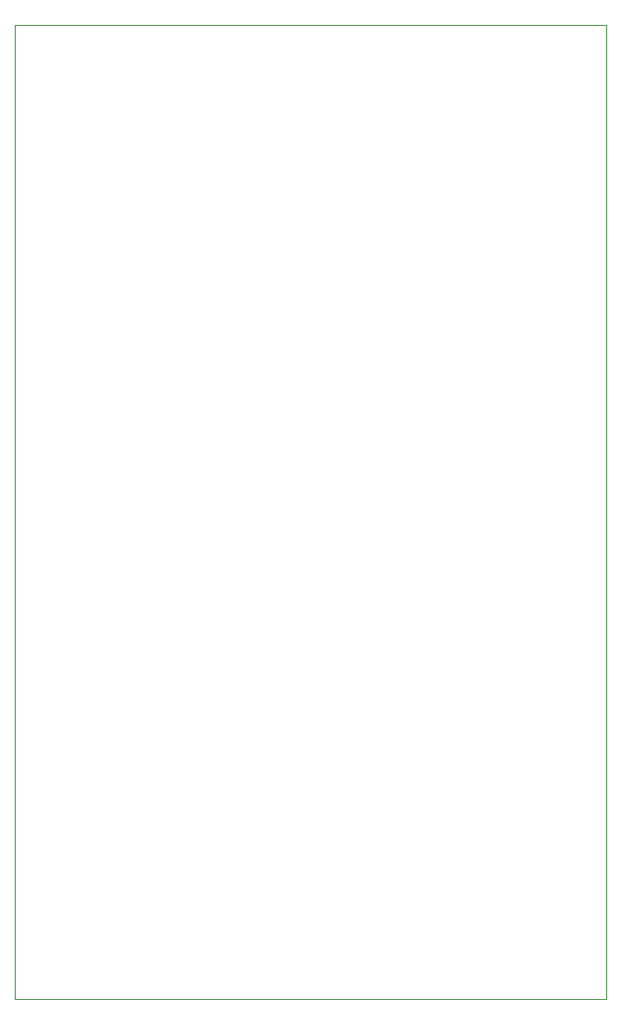
<source format=gbr>
G04 #@! TF.GenerationSoftware,KiCad,Pcbnew,(5.1.6)-1*
G04 #@! TF.CreationDate,2020-05-30T15:14:58+10:00*
G04 #@! TF.ProjectId,sand_drawing,73616e64-5f64-4726-9177-696e672e6b69,rev?*
G04 #@! TF.SameCoordinates,Original*
G04 #@! TF.FileFunction,Profile,NP*
%FSLAX46Y46*%
G04 Gerber Fmt 4.6, Leading zero omitted, Abs format (unit mm)*
G04 Created by KiCad (PCBNEW (5.1.6)-1) date 2020-05-30 15:14:58*
%MOMM*%
%LPD*%
G01*
G04 APERTURE LIST*
G04 #@! TA.AperFunction,Profile*
%ADD10C,0.050000*%
G04 #@! TD*
G04 APERTURE END LIST*
D10*
X150825200Y-164109400D02*
X150825200Y-74813160D01*
X96641920Y-164109400D02*
X96641920Y-74813160D01*
X150825200Y-164109400D02*
X96641920Y-164109400D01*
X96641920Y-74813160D02*
X150825200Y-74813160D01*
M02*

</source>
